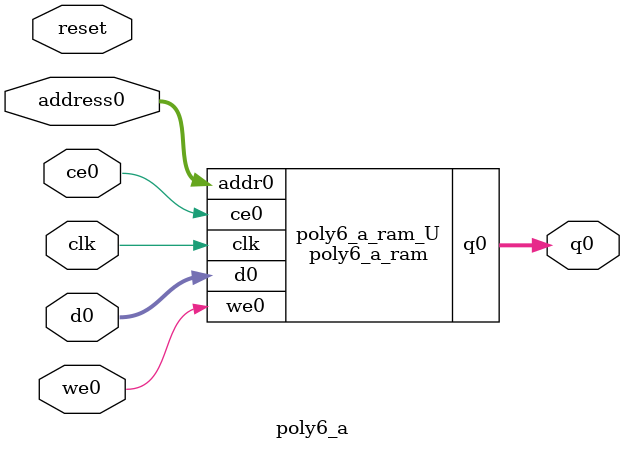
<source format=v>
`timescale 1 ns / 1 ps
module poly6_a_ram (addr0, ce0, d0, we0, q0,  clk);

parameter DWIDTH = 24;
parameter AWIDTH = 23;
parameter MEM_SIZE = 8388608;

input[AWIDTH-1:0] addr0;
input ce0;
input[DWIDTH-1:0] d0;
input we0;
output wire[DWIDTH-1:0] q0;
input clk;

(* ram_style = "block" *)reg [DWIDTH-1:0] ram[0:MEM_SIZE-1];
wire [AWIDTH-1:0] addr0_t0; 
reg [AWIDTH-1:0] addr0_t1; 
wire [DWIDTH-1:0] d0_t0; 
wire we0_t0; 
reg [DWIDTH-1:0] d0_t1; 
reg we0_t1; 
reg [DWIDTH-1:0] q0_t0;
reg [DWIDTH-1:0] q0_t1;


assign addr0_t0 = addr0;
assign d0_t0 = d0;
assign we0_t0 = we0;
assign q0 = q0_t1;

always @(posedge clk)  
begin
    if (ce0) 
    begin
        addr0_t1 <= addr0_t0; 
        d0_t1 <= d0_t0;
        we0_t1 <= we0_t0;
        q0_t1 <= q0_t0;
    end
end


always @(posedge clk)  
begin 
    if (ce0) 
    begin
        if (we0_t1) 
        begin 
            ram[addr0_t1] <= d0_t1; 
        end 
        q0_t0 <= ram[addr0_t1];
    end
end


endmodule

`timescale 1 ns / 1 ps
module poly6_a(
    reset,
    clk,
    address0,
    ce0,
    we0,
    d0,
    q0);

parameter DataWidth = 32'd24;
parameter AddressRange = 32'd8388608;
parameter AddressWidth = 32'd23;
input reset;
input clk;
input[AddressWidth - 1:0] address0;
input ce0;
input we0;
input[DataWidth - 1:0] d0;
output[DataWidth - 1:0] q0;



poly6_a_ram poly6_a_ram_U(
    .clk( clk ),
    .addr0( address0 ),
    .ce0( ce0 ),
    .we0( we0 ),
    .d0( d0 ),
    .q0( q0 ));

endmodule


</source>
